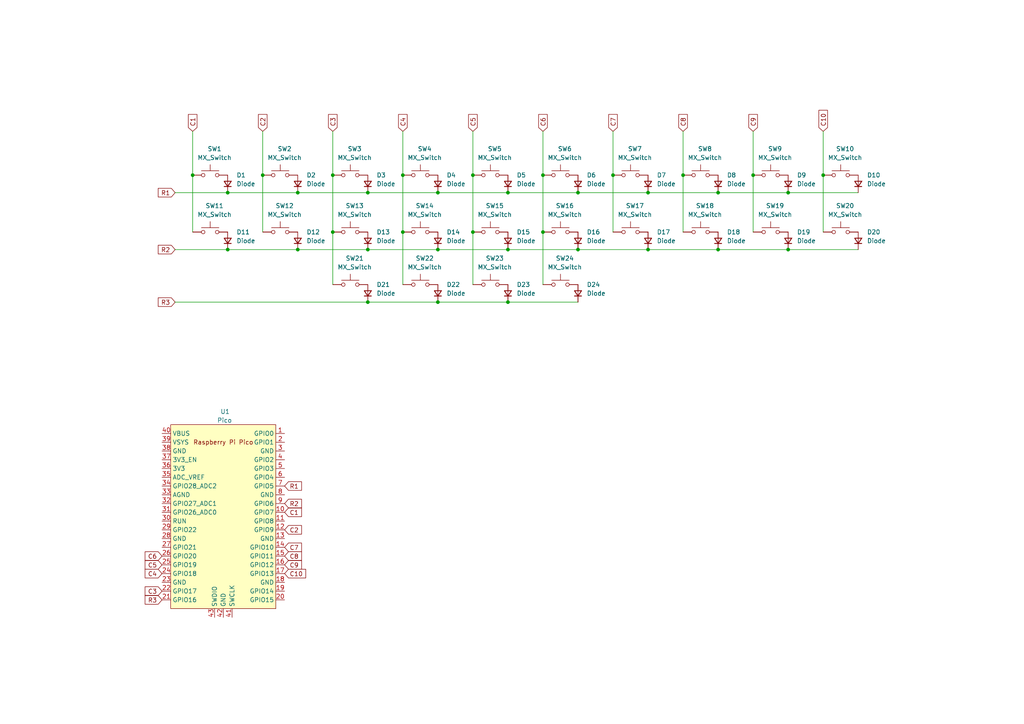
<source format=kicad_sch>
(kicad_sch (version 20230121) (generator eeschema)
  (paper "A4")
  (lib_symbols
    (symbol "Device:D_Small" (pin_numbers hide) (pin_names (offset 0.254) hide)
      (property "Reference" "D" (at -1.27 2.032 0))
      (property "Value" "D_Small" (at -3.81 -2.032 0))
      (symbol "D_Small_0_1"
        (polyline (pts (xy -0.762 -1.016) (xy -0.762 1.016)) (stroke (width 0.254)))
        (polyline (pts (xy -0.762 0) (xy 0.762 0)))
        (polyline (pts (xy 0.762 -1.016) (xy -0.762 0) (xy 0.762 1.016) (xy 0.762 -1.016)) (stroke (width 0.254)))
      )
      (symbol "D_Small_1_1"
        (pin passive line (at -2.54 0 0) (length 1.778) (name "K") (number "1"))
        (pin passive line (at 2.54 0 180) (length 1.778) (name "A") (number "2"))
      )
    )
    (symbol "MCU_RaspberryPi_and_Boards:Pico"
      (property "Reference" "U" (at -13.97 27.94 0))
      (property "Value" "Pico" (at 0 19.05 0))
      (symbol "Pico_0_0"
        (text "Raspberry Pi Pico" (at 0 21.59 0) (effects (font (size 1.27 1.27))))
      )
      (symbol "Pico_0_1"
        (rectangle (start -15.24 26.67) (end 15.24 -26.67) (fill (type background)))
      )
      (symbol "Pico_1_1"
        (pin bidirectional line (at -17.78 24.13 0) (length 2.54) (name "GPIO0") (number "1"))
        (pin bidirectional line (at -17.78 1.27 0) (length 2.54) (name "GPIO7") (number "10"))
        (pin bidirectional line (at -17.78 -1.27 0) (length 2.54) (name "GPIO8") (number "11"))
        (pin bidirectional line (at -17.78 -3.81 0) (length 2.54) (name "GPIO9") (number "12"))
        (pin power_in line (at -17.78 -6.35 0) (length 2.54) (name "GND") (number "13"))
        (pin bidirectional line (at -17.78 -8.89 0) (length 2.54) (name "GPIO10") (number "14"))
        (pin bidirectional line (at -17.78 -11.43 0) (length 2.54) (name "GPIO11") (number "15"))
        (pin bidirectional line (at -17.78 -13.97 0) (length 2.54) (name "GPIO12") (number "16"))
        (pin bidirectional line (at -17.78 -16.51 0) (length 2.54) (name "GPIO13") (number "17"))
        (pin power_in line (at -17.78 -19.05 0) (length 2.54) (name "GND") (number "18"))
        (pin bidirectional line (at -17.78 -21.59 0) (length 2.54) (name "GPIO14") (number "19"))
        (pin bidirectional line (at -17.78 21.59 0) (length 2.54) (name "GPIO1") (number "2"))
        (pin bidirectional line (at -17.78 -24.13 0) (length 2.54) (name "GPIO15") (number "20"))
        (pin bidirectional line (at 17.78 -24.13 180) (length 2.54) (name "GPIO16") (number "21"))
        (pin bidirectional line (at 17.78 -21.59 180) (length 2.54) (name "GPIO17") (number "22"))
        (pin power_in line (at 17.78 -19.05 180) (length 2.54) (name "GND") (number "23"))
        (pin bidirectional line (at 17.78 -16.51 180) (length 2.54) (name "GPIO18") (number "24"))
        (pin bidirectional line (at 17.78 -13.97 180) (length 2.54) (name "GPIO19") (number "25"))
        (pin bidirectional line (at 17.78 -11.43 180) (length 2.54) (name "GPIO20") (number "26"))
        (pin bidirectional line (at 17.78 -8.89 180) (length 2.54) (name "GPIO21") (number "27"))
        (pin power_in line (at 17.78 -6.35 180) (length 2.54) (name "GND") (number "28"))
        (pin bidirectional line (at 17.78 -3.81 180) (length 2.54) (name "GPIO22") (number "29"))
        (pin power_in line (at -17.78 19.05 0) (length 2.54) (name "GND") (number "3"))
        (pin input line (at 17.78 -1.27 180) (length 2.54) (name "RUN") (number "30"))
        (pin bidirectional line (at 17.78 1.27 180) (length 2.54) (name "GPIO26_ADC0") (number "31"))
        (pin bidirectional line (at 17.78 3.81 180) (length 2.54) (name "GPIO27_ADC1") (number "32"))
        (pin power_in line (at 17.78 6.35 180) (length 2.54) (name "AGND") (number "33"))
        (pin bidirectional line (at 17.78 8.89 180) (length 2.54) (name "GPIO28_ADC2") (number "34"))
        (pin power_in line (at 17.78 11.43 180) (length 2.54) (name "ADC_VREF") (number "35"))
        (pin power_in line (at 17.78 13.97 180) (length 2.54) (name "3V3") (number "36"))
        (pin input line (at 17.78 16.51 180) (length 2.54) (name "3V3_EN") (number "37"))
        (pin bidirectional line (at 17.78 19.05 180) (length 2.54) (name "GND") (number "38"))
        (pin power_in line (at 17.78 21.59 180) (length 2.54) (name "VSYS") (number "39"))
        (pin bidirectional line (at -17.78 16.51 0) (length 2.54) (name "GPIO2") (number "4"))
        (pin power_in line (at 17.78 24.13 180) (length 2.54) (name "VBUS") (number "40"))
        (pin input line (at -2.54 -29.21 90) (length 2.54) (name "SWCLK") (number "41"))
        (pin power_in line (at 0 -29.21 90) (length 2.54) (name "GND") (number "42"))
        (pin bidirectional line (at 2.54 -29.21 90) (length 2.54) (name "SWDIO") (number "43"))
        (pin bidirectional line (at -17.78 13.97 0) (length 2.54) (name "GPIO3") (number "5"))
        (pin bidirectional line (at -17.78 11.43 0) (length 2.54) (name "GPIO4") (number "6"))
        (pin bidirectional line (at -17.78 8.89 0) (length 2.54) (name "GPIO5") (number "7"))
        (pin power_in line (at -17.78 6.35 0) (length 2.54) (name "GND") (number "8"))
        (pin bidirectional line (at -17.78 3.81 0) (length 2.54) (name "GPIO6") (number "9"))
      )
    )
    (symbol "Switch:SW_Push" (pin_numbers hide) (pin_names (offset 1.016) hide)
      (property "Reference" "SW" (at 1.27 2.54 0))
      (property "Value" "SW_Push" (at 0 -1.524 0))
      (symbol "SW_Push_0_1"
        (circle (center -2.032 0) (radius 0.508))
        (polyline (pts (xy 0 1.27) (xy 0 3.048)))
        (polyline (pts (xy 2.54 1.27) (xy -2.54 1.27)))
        (circle (center 2.032 0) (radius 0.508))
        (pin passive line (at -5.08 0 0) (length 2.54) (name "1") (number "1"))
        (pin passive line (at 5.08 0 180) (length 2.54) (name "2") (number "2"))
      )
    )
  )
  (junction (at 116.84 50.8))
  (junction (at 66.04 55.88))
  (junction (at 127 72.39))
  (junction (at 147.32 55.88))
  (junction (at 208.28 72.39))
  (junction (at 106.68 55.88))
  (junction (at 106.68 72.39))
  (junction (at 167.64 55.88))
  (junction (at 218.44 50.8))
  (junction (at 157.48 67.31))
  (junction (at 86.36 72.39))
  (junction (at 187.96 55.88))
  (junction (at 228.6 72.39))
  (junction (at 137.16 67.31))
  (junction (at 147.32 87.63))
  (junction (at 167.64 72.39))
  (junction (at 116.84 67.31))
  (junction (at 228.6 55.88))
  (junction (at 198.12 50.8))
  (junction (at 147.32 72.39))
  (junction (at 96.52 67.31))
  (junction (at 127 55.88))
  (junction (at 106.68 87.63))
  (junction (at 55.88 50.8))
  (junction (at 187.96 72.39))
  (junction (at 86.36 55.88))
  (junction (at 157.48 50.8))
  (junction (at 238.76 50.8))
  (junction (at 177.8 50.8))
  (junction (at 208.28 55.88))
  (junction (at 66.04 72.39))
  (junction (at 127 87.63))
  (junction (at 76.2 50.8))
  (junction (at 137.16 50.8))
  (junction (at 96.52 50.8))
  (wire (pts (xy 96.52 38.1) (xy 96.52 50.8)))
  (wire (pts (xy 106.68 55.88) (xy 127 55.88)))
  (wire (pts (xy 177.8 38.1) (xy 177.8 50.8)))
  (wire (pts (xy 137.16 38.1) (xy 137.16 50.8)))
  (wire (pts (xy 157.48 67.31) (xy 157.48 82.55)))
  (wire (pts (xy 157.48 38.1) (xy 157.48 50.8)))
  (wire (pts (xy 66.04 72.39) (xy 86.36 72.39)))
  (wire (pts (xy 127 55.88) (xy 147.32 55.88)))
  (wire (pts (xy 116.84 50.8) (xy 116.84 67.31)))
  (wire (pts (xy 228.6 55.88) (xy 248.92 55.88)))
  (wire (pts (xy 238.76 50.8) (xy 238.76 67.31)))
  (wire (pts (xy 218.44 67.31) (xy 218.44 50.8)))
  (wire (pts (xy 187.96 55.88) (xy 208.28 55.88)))
  (wire (pts (xy 147.32 87.63) (xy 167.64 87.63)))
  (wire (pts (xy 96.52 67.31) (xy 96.52 82.55)))
  (wire (pts (xy 147.32 72.39) (xy 167.64 72.39)))
  (wire (pts (xy 66.04 55.88) (xy 86.36 55.88)))
  (wire (pts (xy 86.36 72.39) (xy 106.68 72.39)))
  (wire (pts (xy 208.28 55.88) (xy 228.6 55.88)))
  (wire (pts (xy 137.16 50.8) (xy 137.16 67.31)))
  (wire (pts (xy 50.8 55.88) (xy 66.04 55.88)))
  (wire (pts (xy 106.68 87.63) (xy 127 87.63)))
  (wire (pts (xy 96.52 50.8) (xy 96.52 67.31)))
  (wire (pts (xy 86.36 55.88) (xy 106.68 55.88)))
  (wire (pts (xy 147.32 55.88) (xy 167.64 55.88)))
  (wire (pts (xy 127 72.39) (xy 147.32 72.39)))
  (wire (pts (xy 76.2 38.1) (xy 76.2 50.8)))
  (wire (pts (xy 198.12 50.8) (xy 198.12 67.31)))
  (wire (pts (xy 208.28 72.39) (xy 228.6 72.39)))
  (wire (pts (xy 116.84 38.1) (xy 116.84 50.8)))
  (wire (pts (xy 238.76 38.1) (xy 238.76 50.8)))
  (wire (pts (xy 228.6 72.39) (xy 248.92 72.39)))
  (wire (pts (xy 187.96 72.39) (xy 208.28 72.39)))
  (wire (pts (xy 127 87.63) (xy 147.32 87.63)))
  (wire (pts (xy 218.44 50.8) (xy 218.44 38.1)))
  (wire (pts (xy 198.12 38.1) (xy 198.12 50.8)))
  (wire (pts (xy 116.84 67.31) (xy 116.84 82.55)))
  (wire (pts (xy 50.8 72.39) (xy 66.04 72.39)))
  (wire (pts (xy 55.88 50.8) (xy 55.88 67.31)))
  (wire (pts (xy 106.68 72.39) (xy 127 72.39)))
  (wire (pts (xy 167.64 72.39) (xy 187.96 72.39)))
  (wire (pts (xy 55.88 38.1) (xy 55.88 50.8)))
  (wire (pts (xy 50.8 87.63) (xy 106.68 87.63)))
  (wire (pts (xy 157.48 50.8) (xy 157.48 67.31)))
  (wire (pts (xy 177.8 50.8) (xy 177.8 67.31)))
  (wire (pts (xy 167.64 55.88) (xy 187.96 55.88)))
  (wire (pts (xy 137.16 67.31) (xy 137.16 82.55)))
  (wire (pts (xy 76.2 50.8) (xy 76.2 67.31)))
  (global_label "C7" (shape input) (at 82.55 158.75 0) (property "Intersheetrefs" "${INTERSHEET_REFS}" (effects hide)))
  (global_label "C5" (shape input) (at 46.99 163.83 180) (property "Intersheetrefs" "${INTERSHEET_REFS}" (effects hide)))
  (global_label "C3" (shape input) (at 96.52 38.1 90) (property "Intersheetrefs" "${INTERSHEET_REFS}" (effects hide)))
  (global_label "C3" (shape input) (at 46.99 171.45 180) (property "Intersheetrefs" "${INTERSHEET_REFS}" (effects hide)))
  (global_label "C8" (shape input) (at 82.55 161.29 0) (property "Intersheetrefs" "${INTERSHEET_REFS}" (effects hide)))
  (global_label "R3" (shape input) (at 46.99 173.99 180) (property "Intersheetrefs" "${INTERSHEET_REFS}" (effects hide)))
  (global_label "C4" (shape input) (at 46.99 166.37 180) (property "Intersheetrefs" "${INTERSHEET_REFS}" (effects hide)))
  (global_label "C1" (shape input) (at 55.88 38.1 90) (property "Intersheetrefs" "${INTERSHEET_REFS}" (effects hide)))
  (global_label "C4" (shape input) (at 116.84 38.1 90) (property "Intersheetrefs" "${INTERSHEET_REFS}" (effects hide)))
  (global_label "C6" (shape input) (at 157.48 38.1 90) (property "Intersheetrefs" "${INTERSHEET_REFS}" (effects hide)))
  (global_label "C9" (shape input) (at 82.55 163.83 0) (property "Intersheetrefs" "${INTERSHEET_REFS}" (effects hide)))
  (global_label "R2" (shape input) (at 50.8 72.39 180) (property "Intersheetrefs" "${INTERSHEET_REFS}" (effects hide)))
  (global_label "C8" (shape input) (at 198.12 38.1 90) (property "Intersheetrefs" "${INTERSHEET_REFS}" (effects hide)))
  (global_label "R1" (shape input) (at 82.55 140.97 0) (property "Intersheetrefs" "${INTERSHEET_REFS}" (effects hide)))
  (global_label "C1" (shape input) (at 82.55 148.59 0) (property "Intersheetrefs" "${INTERSHEET_REFS}" (effects hide)))
  (global_label "C5" (shape input) (at 137.16 38.1 90) (property "Intersheetrefs" "${INTERSHEET_REFS}" (effects hide)))
  (global_label "R2" (shape input) (at 82.55 146.05 0) (property "Intersheetrefs" "${INTERSHEET_REFS}" (effects hide)))
  (global_label "C9" (shape input) (at 218.44 38.1 90) (property "Intersheetrefs" "${INTERSHEET_REFS}" (effects hide)))
  (global_label "C2" (shape input) (at 82.55 153.67 0) (property "Intersheetrefs" "${INTERSHEET_REFS}" (effects hide)))
  (global_label "R1" (shape input) (at 50.8 55.88 180) (property "Intersheetrefs" "${INTERSHEET_REFS}" (effects hide)))
  (global_label "C10" (shape input) (at 82.55 166.37 0) (property "Intersheetrefs" "${INTERSHEET_REFS}" (effects hide)))
  (global_label "C2" (shape input) (at 76.2 38.1 90) (property "Intersheetrefs" "${INTERSHEET_REFS}" (effects hide)))
  (global_label "C6" (shape input) (at 46.99 161.29 180) (property "Intersheetrefs" "${INTERSHEET_REFS}" (effects hide)))
  (global_label "C7" (shape input) (at 177.8 38.1 90) (property "Intersheetrefs" "${INTERSHEET_REFS}" (effects hide)))
  (global_label "C10" (shape input) (at 238.76 38.1 90) (property "Intersheetrefs" "${INTERSHEET_REFS}" (effects hide)))
  (global_label "R3" (shape input) (at 50.8 87.63 180) (property "Intersheetrefs" "${INTERSHEET_REFS}" (effects hide)))
  (symbol (lib_id "Switch:SW_Push") (at 121.92 82.55 0) (unit 1)
    (property "Reference" "SW22" (at 123.19 74.93 0))
    (property "Value" "MX_Switch" (at 123.19 77.47 0))
    (property "Footprint" "Button_Switch_Keyboard:SW_Cherry_MX_1.00u_PCB" (effects hide))
  )
  (symbol (lib_id "Switch:SW_Push") (at 182.88 50.8 0) (unit 1)
    (property "Reference" "SW7" (at 184.15 43.18 0))
    (property "Value" "MX_Switch" (at 184.15 45.72 0))
    (property "Footprint" "Button_Switch_Keyboard:SW_Cherry_MX_1.00u_PCB" (effects hide))
  )
  (symbol (lib_id "Device:D_Small") (at 106.68 53.34 90) (unit 1)
    (property "Reference" "D3" (at 109.22 50.8 90) (effects (justify right)))
    (property "Value" "Diode" (at 109.22 53.34 90) (effects (justify right)))
    (property "Footprint" "Diode_THT:D_DO-41_SOD81_P7.62mm_Horizontal" (effects hide))
    (property "Sim.Device" "D" (effects hide))
    (property "Sim.Pins" "1=K 2=A" (effects hide))
  )
  (symbol (lib_id "Device:D_Small") (at 127 69.85 90) (unit 1)
    (property "Reference" "D14" (at 129.54 67.31 90) (effects (justify right)))
    (property "Value" "Diode" (at 129.54 69.85 90) (effects (justify right)))
    (property "Footprint" "Diode_THT:D_DO-41_SOD81_P7.62mm_Horizontal" (effects hide))
    (property "Sim.Device" "D" (effects hide))
    (property "Sim.Pins" "1=K 2=A" (effects hide))
  )
  (symbol (lib_id "Device:D_Small") (at 127 53.34 90) (unit 1)
    (property "Reference" "D4" (at 129.54 50.8 90) (effects (justify right)))
    (property "Value" "Diode" (at 129.54 53.34 90) (effects (justify right)))
    (property "Footprint" "Diode_THT:D_DO-41_SOD81_P7.62mm_Horizontal" (effects hide))
    (property "Sim.Device" "D" (effects hide))
    (property "Sim.Pins" "1=K 2=A" (effects hide))
  )
  (symbol (lib_id "Switch:SW_Push") (at 223.52 50.8 0) (unit 1)
    (property "Reference" "SW9" (at 224.79 43.18 0))
    (property "Value" "MX_Switch" (at 224.79 45.72 0))
    (property "Footprint" "Button_Switch_Keyboard:SW_Cherry_MX_1.00u_PCB" (effects hide))
  )
  (symbol (lib_id "Switch:SW_Push") (at 162.56 50.8 0) (unit 1)
    (property "Reference" "SW6" (at 163.83 43.18 0))
    (property "Value" "MX_Switch" (at 163.83 45.72 0))
    (property "Footprint" "Button_Switch_Keyboard:SW_Cherry_MX_1.00u_PCB" (effects hide))
  )
  (symbol (lib_id "Device:D_Small") (at 147.32 53.34 90) (unit 1)
    (property "Reference" "D5" (at 149.86 50.8 90) (effects (justify right)))
    (property "Value" "Diode" (at 149.86 53.34 90) (effects (justify right)))
    (property "Footprint" "Diode_THT:D_DO-41_SOD81_P7.62mm_Horizontal" (effects hide))
    (property "Sim.Device" "D" (effects hide))
    (property "Sim.Pins" "1=K 2=A" (effects hide))
  )
  (symbol (lib_id "Device:D_Small") (at 228.6 53.34 90) (unit 1)
    (property "Reference" "D9" (at 231.14 50.8 90) (effects (justify right)))
    (property "Value" "Diode" (at 231.14 53.34 90) (effects (justify right)))
    (property "Footprint" "Diode_THT:D_DO-41_SOD81_P7.62mm_Horizontal" (effects hide))
    (property "Sim.Device" "D" (effects hide))
    (property "Sim.Pins" "1=K 2=A" (effects hide))
  )
  (symbol (lib_id "Device:D_Small") (at 167.64 69.85 90) (unit 1)
    (property "Reference" "D16" (at 170.18 67.31 90) (effects (justify right)))
    (property "Value" "Diode" (at 170.18 69.85 90) (effects (justify right)))
    (property "Footprint" "Diode_THT:D_DO-41_SOD81_P7.62mm_Horizontal" (effects hide))
    (property "Sim.Device" "D" (effects hide))
    (property "Sim.Pins" "1=K 2=A" (effects hide))
  )
  (symbol (lib_id "Switch:SW_Push") (at 60.96 50.8 0) (unit 1)
    (property "Reference" "SW1" (at 62.23 43.18 0))
    (property "Value" "MX_Switch" (at 62.23 45.72 0))
    (property "Footprint" "Button_Switch_Keyboard:SW_Cherry_MX_1.00u_PCB" (effects hide))
  )
  (symbol (lib_id "Switch:SW_Push") (at 182.88 67.31 0) (unit 1)
    (property "Reference" "SW17" (at 184.15 59.69 0))
    (property "Value" "MX_Switch" (at 184.15 62.23 0))
    (property "Footprint" "Button_Switch_Keyboard:SW_Cherry_MX_1.00u_PCB" (effects hide))
  )
  (symbol (lib_id "Device:D_Small") (at 127 85.09 90) (unit 1)
    (property "Reference" "D22" (at 129.54 82.55 90) (effects (justify right)))
    (property "Value" "Diode" (at 129.54 85.09 90) (effects (justify right)))
    (property "Footprint" "Diode_THT:D_DO-41_SOD81_P7.62mm_Horizontal" (effects hide))
    (property "Sim.Device" "D" (effects hide))
    (property "Sim.Pins" "1=K 2=A" (effects hide))
  )
  (symbol (lib_id "Switch:SW_Push") (at 162.56 67.31 0) (unit 1)
    (property "Reference" "SW16" (at 163.83 59.69 0))
    (property "Value" "MX_Switch" (at 163.83 62.23 0))
    (property "Footprint" "Button_Switch_Keyboard:SW_Cherry_MX_1.00u_PCB" (effects hide))
  )
  (symbol (lib_id "Switch:SW_Push") (at 121.92 50.8 0) (unit 1)
    (property "Reference" "SW4" (at 123.19 43.18 0))
    (property "Value" "MX_Switch" (at 123.19 45.72 0))
    (property "Footprint" "Button_Switch_Keyboard:SW_Cherry_MX_1.00u_PCB" (effects hide))
  )
  (symbol (lib_id "Device:D_Small") (at 66.04 69.85 90) (unit 1)
    (property "Reference" "D11" (at 68.58 67.31 90) (effects (justify right)))
    (property "Value" "Diode" (at 68.58 69.85 90) (effects (justify right)))
    (property "Footprint" "Diode_THT:D_DO-41_SOD81_P7.62mm_Horizontal" (effects hide))
    (property "Sim.Device" "D" (effects hide))
    (property "Sim.Pins" "1=K 2=A" (effects hide))
  )
  (symbol (lib_id "Switch:SW_Push") (at 81.28 67.31 0) (unit 1)
    (property "Reference" "SW12" (at 82.55 59.69 0))
    (property "Value" "MX_Switch" (at 82.55 62.23 0))
    (property "Footprint" "Button_Switch_Keyboard:SW_Cherry_MX_1.00u_PCB" (effects hide))
  )
  (symbol (lib_id "Device:D_Small") (at 248.92 53.34 90) (unit 1)
    (property "Reference" "D10" (at 251.46 50.8 90) (effects (justify right)))
    (property "Value" "Diode" (at 251.46 53.34 90) (effects (justify right)))
    (property "Footprint" "Diode_THT:D_DO-41_SOD81_P7.62mm_Horizontal" (effects hide))
    (property "Sim.Device" "D" (effects hide))
    (property "Sim.Pins" "1=K 2=A" (effects hide))
  )
  (symbol (lib_id "MCU_RaspberryPi_and_Boards:Pico") (at 64.77 149.86 0) (mirror y) (unit 1)
    (property "Reference" "U1" (at 66.675 119.38 0) (effects (justify left)))
    (property "Value" "Pico" (at 67.31 121.92 0) (effects (justify left)))
    (property "Footprint" "MCU_RaspberryPi_and_Boards:RPi_Pico_SMD_TH" (effects hide))
  )
  (symbol (lib_id "Switch:SW_Push") (at 101.6 82.55 0) (unit 1)
    (property "Reference" "SW21" (at 102.87 74.93 0))
    (property "Value" "MX_Switch" (at 102.87 77.47 0))
    (property "Footprint" "Button_Switch_Keyboard:SW_Cherry_MX_1.00u_PCB" (effects hide))
  )
  (symbol (lib_id "Switch:SW_Push") (at 101.6 50.8 0) (unit 1)
    (property "Reference" "SW3" (at 102.87 43.18 0))
    (property "Value" "MX_Switch" (at 102.87 45.72 0))
    (property "Footprint" "Button_Switch_Keyboard:SW_Cherry_MX_1.00u_PCB" (effects hide))
  )
  (symbol (lib_id "Device:D_Small") (at 167.64 53.34 90) (unit 1)
    (property "Reference" "D6" (at 170.18 50.8 90) (effects (justify right)))
    (property "Value" "Diode" (at 170.18 53.34 90) (effects (justify right)))
    (property "Footprint" "Diode_THT:D_DO-41_SOD81_P7.62mm_Horizontal" (effects hide))
    (property "Sim.Device" "D" (effects hide))
    (property "Sim.Pins" "1=K 2=A" (effects hide))
  )
  (symbol (lib_id "Switch:SW_Push") (at 142.24 50.8 0) (unit 1)
    (property "Reference" "SW5" (at 143.51 43.18 0))
    (property "Value" "MX_Switch" (at 143.51 45.72 0))
    (property "Footprint" "Button_Switch_Keyboard:SW_Cherry_MX_1.00u_PCB" (effects hide))
  )
  (symbol (lib_id "Device:D_Small") (at 208.28 69.85 90) (unit 1)
    (property "Reference" "D18" (at 210.82 67.31 90) (effects (justify right)))
    (property "Value" "Diode" (at 210.82 69.85 90) (effects (justify right)))
    (property "Footprint" "Diode_THT:D_DO-41_SOD81_P7.62mm_Horizontal" (effects hide))
    (property "Sim.Device" "D" (effects hide))
    (property "Sim.Pins" "1=K 2=A" (effects hide))
  )
  (symbol (lib_id "Switch:SW_Push") (at 223.52 67.31 0) (unit 1)
    (property "Reference" "SW19" (at 224.79 59.69 0))
    (property "Value" "MX_Switch" (at 224.79 62.23 0))
    (property "Footprint" "Button_Switch_Keyboard:SW_Cherry_MX_1.00u_PCB" (effects hide))
  )
  (symbol (lib_id "Device:D_Small") (at 187.96 69.85 90) (unit 1)
    (property "Reference" "D17" (at 190.5 67.31 90) (effects (justify right)))
    (property "Value" "Diode" (at 190.5 69.85 90) (effects (justify right)))
    (property "Footprint" "Diode_THT:D_DO-41_SOD81_P7.62mm_Horizontal" (effects hide))
    (property "Sim.Device" "D" (effects hide))
    (property "Sim.Pins" "1=K 2=A" (effects hide))
  )
  (symbol (lib_id "Device:D_Small") (at 66.04 53.34 90) (unit 1)
    (property "Reference" "D1" (at 68.58 50.8 90) (effects (justify right)))
    (property "Value" "Diode" (at 68.58 53.34 90) (effects (justify right)))
    (property "Footprint" "Diode_THT:D_DO-41_SOD81_P7.62mm_Horizontal" (effects hide))
    (property "Sim.Device" "D" (effects hide))
    (property "Sim.Pins" "1=K 2=A" (effects hide))
  )
  (symbol (lib_id "Device:D_Small") (at 86.36 69.85 90) (unit 1)
    (property "Reference" "D12" (at 88.9 67.31 90) (effects (justify right)))
    (property "Value" "Diode" (at 88.9 69.85 90) (effects (justify right)))
    (property "Footprint" "Diode_THT:D_DO-41_SOD81_P7.62mm_Horizontal" (effects hide))
    (property "Sim.Device" "D" (effects hide))
    (property "Sim.Pins" "1=K 2=A" (effects hide))
  )
  (symbol (lib_id "Device:D_Small") (at 228.6 69.85 90) (unit 1)
    (property "Reference" "D19" (at 231.14 67.31 90) (effects (justify right)))
    (property "Value" "Diode" (at 231.14 69.85 90) (effects (justify right)))
    (property "Footprint" "Diode_THT:D_DO-41_SOD81_P7.62mm_Horizontal" (effects hide))
    (property "Sim.Device" "D" (effects hide))
    (property "Sim.Pins" "1=K 2=A" (effects hide))
  )
  (symbol (lib_id "Device:D_Small") (at 248.92 69.85 90) (unit 1)
    (property "Reference" "D20" (at 251.46 67.31 90) (effects (justify right)))
    (property "Value" "Diode" (at 251.46 69.85 90) (effects (justify right)))
    (property "Footprint" "Diode_THT:D_DO-41_SOD81_P7.62mm_Horizontal" (effects hide))
    (property "Sim.Device" "D" (effects hide))
    (property "Sim.Pins" "1=K 2=A" (effects hide))
  )
  (symbol (lib_id "Device:D_Small") (at 86.36 53.34 90) (unit 1)
    (property "Reference" "D2" (at 88.9 50.8 90) (effects (justify right)))
    (property "Value" "Diode" (at 88.9 53.34 90) (effects (justify right)))
    (property "Footprint" "Diode_THT:D_DO-41_SOD81_P7.62mm_Horizontal" (effects hide))
    (property "Sim.Device" "D" (effects hide))
    (property "Sim.Pins" "1=K 2=A" (effects hide))
  )
  (symbol (lib_id "Device:D_Small") (at 208.28 53.34 90) (unit 1)
    (property "Reference" "D8" (at 210.82 50.8 90) (effects (justify right)))
    (property "Value" "Diode" (at 210.82 53.34 90) (effects (justify right)))
    (property "Footprint" "Diode_THT:D_DO-41_SOD81_P7.62mm_Horizontal" (effects hide))
    (property "Sim.Device" "D" (effects hide))
    (property "Sim.Pins" "1=K 2=A" (effects hide))
  )
  (symbol (lib_id "Switch:SW_Push") (at 60.96 67.31 0) (unit 1)
    (property "Reference" "SW11" (at 62.23 59.69 0))
    (property "Value" "MX_Switch" (at 62.23 62.23 0))
    (property "Footprint" "Button_Switch_Keyboard:SW_Cherry_MX_1.00u_PCB" (effects hide))
  )
  (symbol (lib_id "Device:D_Small") (at 106.68 85.09 90) (unit 1)
    (property "Reference" "D21" (at 109.22 82.55 90) (effects (justify right)))
    (property "Value" "Diode" (at 109.22 85.09 90) (effects (justify right)))
    (property "Footprint" "Diode_THT:D_DO-41_SOD81_P7.62mm_Horizontal" (effects hide))
    (property "Sim.Device" "D" (effects hide))
    (property "Sim.Pins" "1=K 2=A" (effects hide))
  )
  (symbol (lib_id "Switch:SW_Push") (at 243.84 67.31 0) (unit 1)
    (property "Reference" "SW20" (at 245.11 59.69 0))
    (property "Value" "MX_Switch" (at 245.11 62.23 0))
    (property "Footprint" "Button_Switch_Keyboard:SW_Cherry_MX_1.00u_PCB" (effects hide))
  )
  (symbol (lib_id "Switch:SW_Push") (at 162.56 82.55 0) (unit 1)
    (property "Reference" "SW24" (at 163.83 74.93 0))
    (property "Value" "MX_Switch" (at 163.83 77.47 0))
    (property "Footprint" "Button_Switch_Keyboard:SW_Cherry_MX_1.00u_PCB" (effects hide))
  )
  (symbol (lib_id "Switch:SW_Push") (at 101.6 67.31 0) (unit 1)
    (property "Reference" "SW13" (at 102.87 59.69 0))
    (property "Value" "MX_Switch" (at 102.87 62.23 0))
    (property "Footprint" "Button_Switch_Keyboard:SW_Cherry_MX_1.00u_PCB" (effects hide))
  )
  (symbol (lib_id "Switch:SW_Push") (at 81.28 50.8 0) (unit 1)
    (property "Reference" "SW2" (at 82.55 43.18 0))
    (property "Value" "MX_Switch" (at 82.55 45.72 0))
    (property "Footprint" "Button_Switch_Keyboard:SW_Cherry_MX_1.00u_PCB" (effects hide))
  )
  (symbol (lib_id "Switch:SW_Push") (at 243.84 50.8 0) (unit 1)
    (property "Reference" "SW10" (at 245.11 43.18 0))
    (property "Value" "MX_Switch" (at 245.11 45.72 0))
    (property "Footprint" "Button_Switch_Keyboard:SW_Cherry_MX_1.00u_PCB" (effects hide))
  )
  (symbol (lib_id "Switch:SW_Push") (at 142.24 67.31 0) (unit 1)
    (property "Reference" "SW15" (at 143.51 59.69 0))
    (property "Value" "MX_Switch" (at 143.51 62.23 0))
    (property "Footprint" "Button_Switch_Keyboard:SW_Cherry_MX_1.00u_PCB" (effects hide))
  )
  (symbol (lib_id "Device:D_Small") (at 167.64 85.09 90) (unit 1)
    (property "Reference" "D24" (at 170.18 82.55 90) (effects (justify right)))
    (property "Value" "Diode" (at 170.18 85.09 90) (effects (justify right)))
    (property "Footprint" "Diode_THT:D_DO-41_SOD81_P7.62mm_Horizontal" (effects hide))
    (property "Sim.Device" "D" (effects hide))
    (property "Sim.Pins" "1=K 2=A" (effects hide))
  )
  (symbol (lib_id "Switch:SW_Push") (at 203.2 67.31 0) (unit 1)
    (property "Reference" "SW18" (at 204.47 59.69 0))
    (property "Value" "MX_Switch" (at 204.47 62.23 0))
    (property "Footprint" "Button_Switch_Keyboard:SW_Cherry_MX_1.00u_PCB" (effects hide))
  )
  (symbol (lib_id "Device:D_Small") (at 187.96 53.34 90) (unit 1)
    (property "Reference" "D7" (at 190.5 50.8 90) (effects (justify right)))
    (property "Value" "Diode" (at 190.5 53.34 90) (effects (justify right)))
    (property "Footprint" "Diode_THT:D_DO-41_SOD81_P7.62mm_Horizontal" (effects hide))
    (property "Sim.Device" "D" (effects hide))
    (property "Sim.Pins" "1=K 2=A" (effects hide))
  )
  (symbol (lib_id "Switch:SW_Push") (at 142.24 82.55 0) (unit 1)
    (property "Reference" "SW23" (at 143.51 74.93 0))
    (property "Value" "MX_Switch" (at 143.51 77.47 0))
    (property "Footprint" "Button_Switch_Keyboard:SW_Cherry_MX_1.00u_PCB" (effects hide))
  )
  (symbol (lib_id "Switch:SW_Push") (at 203.2 50.8 0) (unit 1)
    (property "Reference" "SW8" (at 204.47 43.18 0))
    (property "Value" "MX_Switch" (at 204.47 45.72 0))
    (property "Footprint" "Button_Switch_Keyboard:SW_Cherry_MX_1.00u_PCB" (effects hide))
  )
  (symbol (lib_id "Switch:SW_Push") (at 121.92 67.31 0) (unit 1)
    (property "Reference" "SW14" (at 123.19 59.69 0))
    (property "Value" "MX_Switch" (at 123.19 62.23 0))
    (property "Footprint" "Button_Switch_Keyboard:SW_Cherry_MX_1.00u_PCB" (effects hide))
  )
  (symbol (lib_id "Device:D_Small") (at 147.32 69.85 90) (unit 1)
    (property "Reference" "D15" (at 149.86 67.31 90) (effects (justify right)))
    (property "Value" "Diode" (at 149.86 69.85 90) (effects (justify right)))
    (property "Footprint" "Diode_THT:D_DO-41_SOD81_P7.62mm_Horizontal" (effects hide))
    (property "Sim.Device" "D" (effects hide))
    (property "Sim.Pins" "1=K 2=A" (effects hide))
  )
  (symbol (lib_id "Device:D_Small") (at 147.32 85.09 90) (unit 1)
    (property "Reference" "D23" (at 149.86 82.55 90) (effects (justify right)))
    (property "Value" "Diode" (at 149.86 85.09 90) (effects (justify right)))
    (property "Footprint" "Diode_THT:D_DO-41_SOD81_P7.62mm_Horizontal" (effects hide))
    (property "Sim.Device" "D" (effects hide))
    (property "Sim.Pins" "1=K 2=A" (effects hide))
  )
  (symbol (lib_id "Device:D_Small") (at 106.68 69.85 90) (unit 1)
    (property "Reference" "D13" (at 109.22 67.31 90) (effects (justify right)))
    (property "Value" "Diode" (at 109.22 69.85 90) (effects (justify right)))
    (property "Footprint" "Diode_THT:D_DO-41_SOD81_P7.62mm_Horizontal" (effects hide))
    (property "Sim.Device" "D" (effects hide))
    (property "Sim.Pins" "1=K 2=A" (effects hide))
  )
)
</source>
